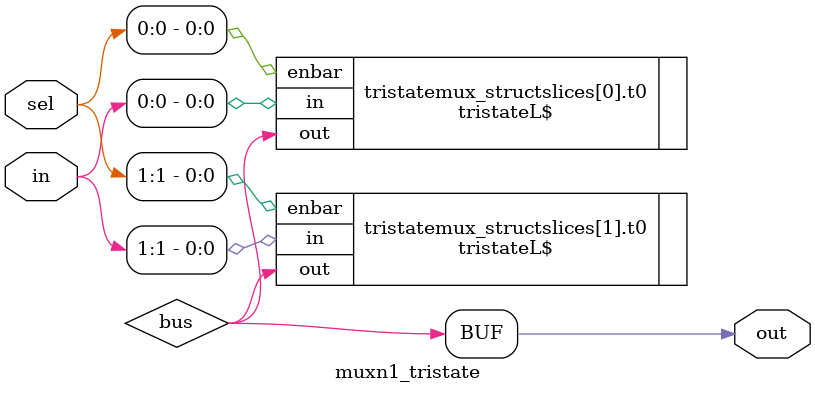
<source format=v>
module muxnm_tree #(parameter SEL_WIDTH=1, DATA_WIDTH=1) (input [(2**SEL_WIDTH)*DATA_WIDTH-1:0] in,
                                                              input [SEL_WIDTH-1:0] sel,
                                                              output [DATA_WIDTH-1:0] out);

    wire [(2**SEL_WIDTH)*DATA_WIDTH-1:0] datavector;
    wire [SEL_WIDTH-1:0] sel_buffered;

    genvar i, j;
    generate
        if(DATA_WIDTH > 256) begin
            bufferH1024_nb$ #(.WIDTH(SEL_WIDTH)) b0(.out(sel_buffered), .in(sel));
        end
        else if(DATA_WIDTH > 64) begin
            bufferH256_nb$ #(.WIDTH(SEL_WIDTH)) b0(.out(sel_buffered), .in(sel));
        end
        else if(DATA_WIDTH > 16) begin
            bufferH64_nb$ #(.WIDTH(SEL_WIDTH)) b0(.out(sel_buffered), .in(sel));
        end
        else if(DATA_WIDTH > 4) begin
            bufferH16_nb$ #(.WIDTH(SEL_WIDTH)) b0(.out(sel_buffered), .in(sel));
        end
        else begin
            assign sel_buffered = sel;
        end

        for (i = 0; i < DATA_WIDTH; i = i + 1) begin : treemux_dataslices
            for (j = 0; j < (2**SEL_WIDTH); j = j + 1) begin : datavector_splits
                assign datavector[(i*(2**SEL_WIDTH))+j] = in[(DATA_WIDTH*j)+i];
            end
            muxn1_tree #(.SEL_WIDTH(SEL_WIDTH)) m0(.in(datavector[(i+1)*(2**SEL_WIDTH)-1:i*(2**SEL_WIDTH)]), .sel(sel_buffered), .out(out[i]));
        end
    endgenerate

endmodule

module muxn1_tree #(parameter SEL_WIDTH=1) (input [(2**SEL_WIDTH)-1:0] in,
                                            inout [SEL_WIDTH-1:0] sel,
                                            output out);

    wire [(2**(SEL_WIDTH-1))-1:0] layer_out;
    
    genvar i;
    generate
        if (SEL_WIDTH % 2 == 0) begin
            for (i = 0; i < 2**SEL_WIDTH; i = i + 4) begin : treemux4_structslices
                mux4$ g0(.outb(layer_out[i/4]), .in0(in[i]), .in1(in[i+1]), .in2(in[i+2]), .in3(in[i+3]), .s0(sel[0]), .s1(sel[1]));
            end
            if (SEL_WIDTH == 2) begin
                assign out = layer_out[0];
            end else begin
                muxn1_tree #(.SEL_WIDTH(SEL_WIDTH-2)) m0(.in(layer_out[(2**(SEL_WIDTH-2))-1:0]), .sel(sel[SEL_WIDTH-1:2]), .out(out));
            end
        end else begin
            for (i = 0; i < 2**SEL_WIDTH; i = i + 2) begin : treemux2_structslices
                mux2$ g1(.outb(layer_out[i/2]), .in0(in[i]), .in1(in[i+1]), .s0(sel[0]));
            end
            if (SEL_WIDTH == 1) begin
                assign out = layer_out[0];
            end else begin
                muxn1_tree #(.SEL_WIDTH(SEL_WIDTH-1)) m1(.in(layer_out[(2**(SEL_WIDTH-1))-1:0]), .sel(sel[SEL_WIDTH-1:1]), .out(out));
            end
        end
    endgenerate
                                            
endmodule




module muxnm_tristate #(parameter NUM_INPUTS=2, DATA_WIDTH=1) (input [NUM_INPUTS*DATA_WIDTH-1:0] in,
                                                               input [NUM_INPUTS-1:0] sel,
                                                               output [DATA_WIDTH-1:0] out);
    
    wire [NUM_INPUTS*DATA_WIDTH-1:0] datavector;
    wire [NUM_INPUTS-1:0] invsel_unbuffered;
    wire [NUM_INPUTS-1:0] invsel;

    genvar i, j;
    generate
        if(DATA_WIDTH)
        for (j = 0; j < NUM_INPUTS; j = j + 1) begin : invsel_wires
            inv1$ g0(.out(invsel_unbuffered[j]), .in(sel[j]));
        end
        if(DATA_WIDTH > 256) begin
            bufferH1024_nb$ #(.WIDTH(NUM_INPUTS)) b0(.out(invsel), .in(invsel_unbuffered));
        end
        else if(DATA_WIDTH > 64) begin
            bufferH256_nb$ #(.WIDTH(NUM_INPUTS)) b0(.out(invsel), .in(invsel_unbuffered));
        end
        else if(DATA_WIDTH > 16) begin
            bufferH64_nb$ #(.WIDTH(NUM_INPUTS)) b0(.out(invsel), .in(invsel_unbuffered));
        end
        else if(DATA_WIDTH > 4) begin
            bufferH16_nb$ #(.WIDTH(NUM_INPUTS)) b0(.out(invsel), .in(invsel_unbuffered));
        end
        else begin
            assign invsel = invsel_unbuffered;
        end
        for (i = 0; i < DATA_WIDTH; i = i + 1) begin : tristatemux_dataslices
            for (j = 0; j < NUM_INPUTS; j = j + 1) begin : datavector_splits
                assign datavector[(i*NUM_INPUTS)+j] = in[(DATA_WIDTH*j)+i];
            end
            muxn1_tristate #(.NUM_INPUTS(NUM_INPUTS)) m0(.in(datavector[(i+1)*NUM_INPUTS-1:i*NUM_INPUTS]), .sel(invsel), .out(out[i]));
        end
    endgenerate

endmodule

module muxn1_tristate #(parameter NUM_INPUTS=2) (input [NUM_INPUTS-1:0] in, sel,
                                                 output out);

    wire bus;

    genvar i;
    generate
        for (i = 0; i < NUM_INPUTS; i = i + 1) begin : tristatemux_structslices
            tristateL$ t0(.enbar(sel[i]), .in(in[i]), .out(bus));
        end
    endgenerate

    assign out = bus;

endmodule
</source>
